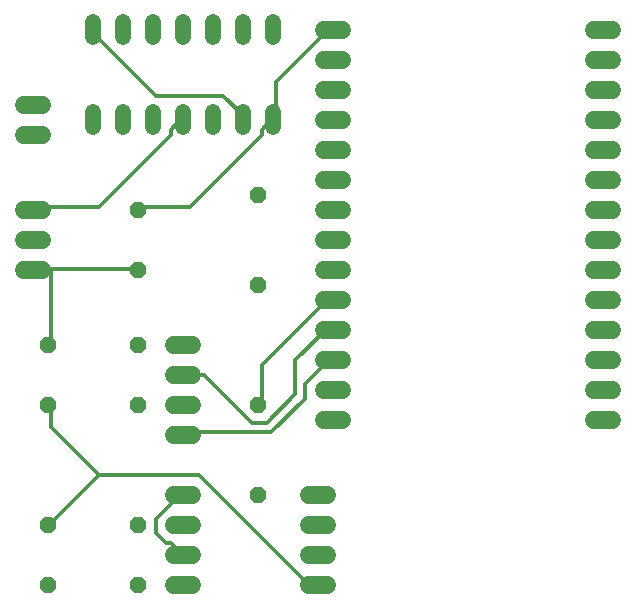
<source format=gbr>
G04 EAGLE Gerber X2 export*
G75*
%MOMM*%
%FSLAX34Y34*%
%LPD*%
%AMOC8*
5,1,8,0,0,1.08239X$1,22.5*%
G01*
%ADD10P,1.429621X8X112.500000*%
%ADD11C,1.320800*%
%ADD12C,1.524000*%
%ADD13P,1.429621X8X292.500000*%
%ADD14P,1.429621X8X22.500000*%
%ADD15C,0.304800*%


D10*
X127000Y292100D03*
X127000Y342900D03*
D11*
X241300Y488696D02*
X241300Y501904D01*
X215900Y501904D02*
X215900Y488696D01*
X88900Y488696D02*
X88900Y501904D01*
X88900Y425704D02*
X88900Y412496D01*
X190500Y488696D02*
X190500Y501904D01*
X165100Y501904D02*
X165100Y488696D01*
X114300Y488696D02*
X114300Y501904D01*
X139700Y501904D02*
X139700Y488696D01*
X114300Y425704D02*
X114300Y412496D01*
X139700Y412496D02*
X139700Y425704D01*
X165100Y425704D02*
X165100Y412496D01*
X190500Y412496D02*
X190500Y425704D01*
X215900Y425704D02*
X215900Y412496D01*
X241300Y412496D02*
X241300Y425704D01*
D12*
X284480Y495300D02*
X299720Y495300D01*
X299720Y469900D02*
X284480Y469900D01*
X284480Y444500D02*
X299720Y444500D01*
X299720Y419100D02*
X284480Y419100D01*
X284480Y393700D02*
X299720Y393700D01*
X299720Y368300D02*
X284480Y368300D01*
X284480Y342900D02*
X299720Y342900D01*
X299720Y317500D02*
X284480Y317500D01*
X284480Y292100D02*
X299720Y292100D01*
X299720Y266700D02*
X284480Y266700D01*
X284480Y241300D02*
X299720Y241300D01*
X299720Y215900D02*
X284480Y215900D01*
X284480Y190500D02*
X299720Y190500D01*
X299720Y165100D02*
X284480Y165100D01*
X513080Y495300D02*
X528320Y495300D01*
X528320Y469900D02*
X513080Y469900D01*
X513080Y444500D02*
X528320Y444500D01*
X528320Y419100D02*
X513080Y419100D01*
X513080Y393700D02*
X528320Y393700D01*
X528320Y368300D02*
X513080Y368300D01*
X513080Y342900D02*
X528320Y342900D01*
X528320Y317500D02*
X513080Y317500D01*
X513080Y292100D02*
X528320Y292100D01*
X528320Y266700D02*
X513080Y266700D01*
X513080Y241300D02*
X528320Y241300D01*
X528320Y215900D02*
X513080Y215900D01*
X513080Y190500D02*
X528320Y190500D01*
X528320Y165100D02*
X513080Y165100D01*
X172720Y152400D02*
X157480Y152400D01*
X157480Y177800D02*
X172720Y177800D01*
X172720Y203200D02*
X157480Y203200D01*
X157480Y228600D02*
X172720Y228600D01*
X172720Y25400D02*
X157480Y25400D01*
X157480Y50800D02*
X172720Y50800D01*
X172720Y76200D02*
X157480Y76200D01*
X157480Y101600D02*
X172720Y101600D01*
X271780Y101600D02*
X287020Y101600D01*
X287020Y76200D02*
X271780Y76200D01*
X271780Y50800D02*
X287020Y50800D01*
X287020Y25400D02*
X271780Y25400D01*
X45720Y406400D02*
X30480Y406400D01*
X30480Y431800D02*
X45720Y431800D01*
X45720Y292100D02*
X30480Y292100D01*
X30480Y317500D02*
X45720Y317500D01*
X45720Y342900D02*
X30480Y342900D01*
D10*
X228600Y279400D03*
X228600Y355600D03*
D13*
X228600Y177800D03*
X228600Y101600D03*
D14*
X50800Y177800D03*
X127000Y177800D03*
X50800Y25400D03*
X127000Y25400D03*
X50800Y228600D03*
X127000Y228600D03*
X50800Y76200D03*
X127000Y76200D03*
D15*
X142240Y438912D02*
X89408Y491744D01*
X142240Y438912D02*
X199136Y438912D01*
X215392Y422656D01*
X89408Y491744D02*
X88900Y495300D01*
X215392Y422656D02*
X215900Y419100D01*
X52832Y292608D02*
X40640Y292608D01*
X52832Y292608D02*
X125984Y292608D01*
X127000Y292100D01*
X40640Y292608D02*
X38100Y292100D01*
X52832Y292608D02*
X52832Y231648D01*
X50800Y228600D01*
X52832Y292608D02*
X38100Y292100D01*
X268224Y28448D02*
X276352Y28448D01*
X268224Y28448D02*
X178816Y117856D01*
X93472Y117856D01*
X52832Y77216D01*
X276352Y28448D02*
X279400Y25400D01*
X52832Y77216D02*
X50800Y76200D01*
X52832Y158496D02*
X52832Y174752D01*
X52832Y158496D02*
X93472Y117856D01*
X52832Y174752D02*
X50800Y177800D01*
X243840Y422656D02*
X243840Y451104D01*
X288544Y495808D01*
X243840Y422656D02*
X241300Y419100D01*
X288544Y495808D02*
X292100Y495300D01*
X154432Y60960D02*
X162560Y52832D01*
X154432Y60960D02*
X150368Y60960D01*
X142240Y69088D01*
X142240Y81280D01*
X162560Y101600D01*
X162560Y52832D02*
X165100Y50800D01*
X165100Y101600D02*
X162560Y101600D01*
X231648Y410464D02*
X239776Y418592D01*
X231648Y410464D02*
X231648Y406400D01*
X170688Y345440D01*
X130048Y345440D01*
X239776Y418592D02*
X241300Y419100D01*
X130048Y345440D02*
X127000Y342900D01*
X231648Y211328D02*
X231648Y178816D01*
X231648Y211328D02*
X288544Y268224D01*
X231648Y178816D02*
X228600Y177800D01*
X288544Y268224D02*
X292100Y266700D01*
X154432Y410464D02*
X162560Y418592D01*
X154432Y410464D02*
X154432Y406400D01*
X93472Y345440D01*
X40640Y345440D01*
X162560Y418592D02*
X165100Y419100D01*
X40640Y345440D02*
X38100Y342900D01*
X165100Y203200D02*
X182880Y203200D01*
X223520Y162560D01*
X235712Y162560D01*
X260096Y186944D01*
X260096Y215392D01*
X288544Y243840D01*
X292100Y241300D01*
X239776Y154432D02*
X166624Y154432D01*
X239776Y154432D02*
X268224Y182880D01*
X268224Y195072D01*
X288544Y215392D01*
X166624Y154432D02*
X165100Y152400D01*
X288544Y215392D02*
X292100Y215900D01*
M02*

</source>
